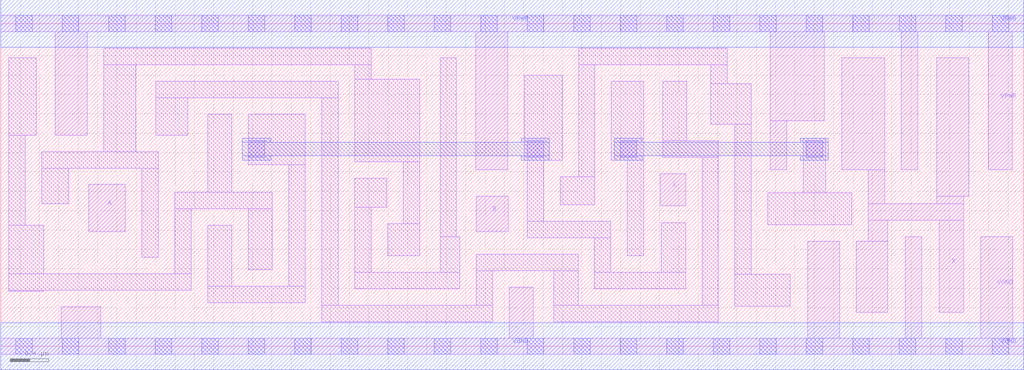
<source format=lef>
# Copyright 2020 The SkyWater PDK Authors
#
# Licensed under the Apache License, Version 2.0 (the "License");
# you may not use this file except in compliance with the License.
# You may obtain a copy of the License at
#
#     https://www.apache.org/licenses/LICENSE-2.0
#
# Unless required by applicable law or agreed to in writing, software
# distributed under the License is distributed on an "AS IS" BASIS,
# WITHOUT WARRANTIES OR CONDITIONS OF ANY KIND, either express or implied.
# See the License for the specific language governing permissions and
# limitations under the License.
#
# SPDX-License-Identifier: Apache-2.0

VERSION 5.7 ;
  NAMESCASESENSITIVE ON ;
  NOWIREEXTENSIONATPIN ON ;
  DIVIDERCHAR "/" ;
  BUSBITCHARS "[]" ;
UNITS
  DATABASE MICRONS 200 ;
END UNITS
MACRO sky130_fd_sc_ms__xor3_4
  CLASS CORE ;
  SOURCE USER ;
  FOREIGN sky130_fd_sc_ms__xor3_4 ;
  ORIGIN  0.000000  0.000000 ;
  SIZE  10.56000 BY  3.330000 ;
  SYMMETRY X Y ;
  SITE unit ;
  PIN A
    ANTENNAGATEAREA  0.276000 ;
    DIRECTION INPUT ;
    USE SIGNAL ;
    PORT
      LAYER li1 ;
        RECT 0.910000 1.180000 1.285000 1.670000 ;
    END
  END A
  PIN B
    ANTENNAGATEAREA  0.771000 ;
    DIRECTION INPUT ;
    USE SIGNAL ;
    PORT
      LAYER li1 ;
        RECT 4.910000 1.180000 5.240000 1.550000 ;
    END
  END B
  PIN C
    ANTENNAGATEAREA  0.425400 ;
    DIRECTION INPUT ;
    USE SIGNAL ;
    PORT
      LAYER li1 ;
        RECT 6.810000 1.450000 7.070000 1.780000 ;
    END
  END C
  PIN X
    ANTENNADIFFAREA  1.019200 ;
    DIRECTION OUTPUT ;
    USE SIGNAL ;
    PORT
      LAYER li1 ;
        RECT 8.685000 1.820000 9.125000 2.980000 ;
        RECT 8.830000 0.350000 9.160000 1.085000 ;
        RECT 8.955000 1.085000 9.160000 1.300000 ;
        RECT 8.955000 1.300000 9.940000 1.470000 ;
        RECT 8.955000 1.470000 9.125000 1.820000 ;
        RECT 9.665000 1.470000 9.940000 1.550000 ;
        RECT 9.665000 1.550000 9.995000 2.980000 ;
        RECT 9.690000 0.350000 9.940000 1.300000 ;
    END
  END X
  PIN VGND
    DIRECTION INOUT ;
    USE GROUND ;
    PORT
      LAYER li1 ;
        RECT  0.000000 -0.085000 10.560000 0.085000 ;
        RECT  0.625000  0.085000  1.035000 0.410000 ;
        RECT  5.250000  0.085000  5.500000 0.610000 ;
        RECT  8.330000  0.085000  8.660000 1.085000 ;
        RECT  9.340000  0.085000  9.510000 1.130000 ;
        RECT 10.120000  0.085000 10.450000 1.130000 ;
      LAYER mcon ;
        RECT  0.155000 -0.085000  0.325000 0.085000 ;
        RECT  0.635000 -0.085000  0.805000 0.085000 ;
        RECT  1.115000 -0.085000  1.285000 0.085000 ;
        RECT  1.595000 -0.085000  1.765000 0.085000 ;
        RECT  2.075000 -0.085000  2.245000 0.085000 ;
        RECT  2.555000 -0.085000  2.725000 0.085000 ;
        RECT  3.035000 -0.085000  3.205000 0.085000 ;
        RECT  3.515000 -0.085000  3.685000 0.085000 ;
        RECT  3.995000 -0.085000  4.165000 0.085000 ;
        RECT  4.475000 -0.085000  4.645000 0.085000 ;
        RECT  4.955000 -0.085000  5.125000 0.085000 ;
        RECT  5.435000 -0.085000  5.605000 0.085000 ;
        RECT  5.915000 -0.085000  6.085000 0.085000 ;
        RECT  6.395000 -0.085000  6.565000 0.085000 ;
        RECT  6.875000 -0.085000  7.045000 0.085000 ;
        RECT  7.355000 -0.085000  7.525000 0.085000 ;
        RECT  7.835000 -0.085000  8.005000 0.085000 ;
        RECT  8.315000 -0.085000  8.485000 0.085000 ;
        RECT  8.795000 -0.085000  8.965000 0.085000 ;
        RECT  9.275000 -0.085000  9.445000 0.085000 ;
        RECT  9.755000 -0.085000  9.925000 0.085000 ;
        RECT 10.235000 -0.085000 10.405000 0.085000 ;
      LAYER met1 ;
        RECT 0.000000 -0.245000 10.560000 0.245000 ;
    END
  END VGND
  PIN VPWR
    DIRECTION INOUT ;
    USE POWER ;
    PORT
      LAYER li1 ;
        RECT  0.000000 3.245000 10.560000 3.415000 ;
        RECT  0.565000 2.180000  0.895000 3.245000 ;
        RECT  4.905000 1.820000  5.235000 3.245000 ;
        RECT  7.945000 1.820000  8.115000 2.330000 ;
        RECT  7.945000 2.330000  8.500000 3.245000 ;
        RECT  9.295000 1.820000  9.465000 3.245000 ;
        RECT 10.195000 1.820000 10.445000 3.245000 ;
      LAYER mcon ;
        RECT  0.155000 3.245000  0.325000 3.415000 ;
        RECT  0.635000 3.245000  0.805000 3.415000 ;
        RECT  1.115000 3.245000  1.285000 3.415000 ;
        RECT  1.595000 3.245000  1.765000 3.415000 ;
        RECT  2.075000 3.245000  2.245000 3.415000 ;
        RECT  2.555000 3.245000  2.725000 3.415000 ;
        RECT  3.035000 3.245000  3.205000 3.415000 ;
        RECT  3.515000 3.245000  3.685000 3.415000 ;
        RECT  3.995000 3.245000  4.165000 3.415000 ;
        RECT  4.475000 3.245000  4.645000 3.415000 ;
        RECT  4.955000 3.245000  5.125000 3.415000 ;
        RECT  5.435000 3.245000  5.605000 3.415000 ;
        RECT  5.915000 3.245000  6.085000 3.415000 ;
        RECT  6.395000 3.245000  6.565000 3.415000 ;
        RECT  6.875000 3.245000  7.045000 3.415000 ;
        RECT  7.355000 3.245000  7.525000 3.415000 ;
        RECT  7.835000 3.245000  8.005000 3.415000 ;
        RECT  8.315000 3.245000  8.485000 3.415000 ;
        RECT  8.795000 3.245000  8.965000 3.415000 ;
        RECT  9.275000 3.245000  9.445000 3.415000 ;
        RECT  9.755000 3.245000  9.925000 3.415000 ;
        RECT 10.235000 3.245000 10.405000 3.415000 ;
      LAYER met1 ;
        RECT 0.000000 3.085000 10.560000 3.575000 ;
    END
  END VPWR
  OBS
    LAYER li1 ;
      RECT 0.085000 0.570000 0.445000 0.580000 ;
      RECT 0.085000 0.580000 1.965000 0.750000 ;
      RECT 0.085000 0.750000 0.445000 1.250000 ;
      RECT 0.085000 1.250000 0.255000 2.180000 ;
      RECT 0.085000 2.180000 0.365000 2.980000 ;
      RECT 0.425000 1.470000 0.700000 1.840000 ;
      RECT 0.425000 1.840000 1.625000 2.010000 ;
      RECT 1.065000 2.010000 1.395000 2.905000 ;
      RECT 1.065000 2.905000 3.825000 3.075000 ;
      RECT 1.455000 0.920000 1.625000 1.840000 ;
      RECT 1.600000 2.180000 1.930000 2.565000 ;
      RECT 1.600000 2.565000 3.485000 2.735000 ;
      RECT 1.795000 0.750000 1.965000 1.420000 ;
      RECT 1.795000 1.420000 2.805000 1.590000 ;
      RECT 2.135000 0.450000 3.145000 0.620000 ;
      RECT 2.135000 0.620000 2.385000 1.250000 ;
      RECT 2.135000 1.590000 2.385000 2.395000 ;
      RECT 2.555000 0.790000 2.805000 1.420000 ;
      RECT 2.555000 1.875000 3.145000 2.395000 ;
      RECT 2.975000 0.620000 3.145000 1.875000 ;
      RECT 3.315000 0.255000 5.080000 0.425000 ;
      RECT 3.315000 0.425000 3.485000 2.565000 ;
      RECT 3.655000 0.595000 4.740000 0.765000 ;
      RECT 3.655000 0.765000 3.825000 1.435000 ;
      RECT 3.655000 1.435000 3.985000 1.735000 ;
      RECT 3.655000 1.905000 4.325000 2.755000 ;
      RECT 3.655000 2.755000 3.825000 2.905000 ;
      RECT 3.995000 0.935000 4.325000 1.265000 ;
      RECT 4.155000 1.265000 4.325000 1.905000 ;
      RECT 4.535000 0.765000 4.740000 1.130000 ;
      RECT 4.535000 1.130000 4.705000 2.980000 ;
      RECT 4.910000 0.425000 5.080000 0.780000 ;
      RECT 4.910000 0.780000 5.960000 0.950000 ;
      RECT 5.405000 1.920000 5.795000 2.800000 ;
      RECT 5.435000 1.120000 6.300000 1.290000 ;
      RECT 5.435000 1.290000 5.605000 1.920000 ;
      RECT 5.710000 0.255000 7.410000 0.425000 ;
      RECT 5.710000 0.425000 5.960000 0.780000 ;
      RECT 5.775000 1.460000 6.135000 1.750000 ;
      RECT 5.965000 1.750000 6.135000 2.905000 ;
      RECT 5.965000 2.905000 7.500000 3.075000 ;
      RECT 6.130000 0.595000 7.070000 0.765000 ;
      RECT 6.130000 0.765000 6.300000 1.120000 ;
      RECT 6.305000 1.920000 6.640000 2.735000 ;
      RECT 6.470000 0.935000 6.640000 1.920000 ;
      RECT 6.820000 0.765000 7.070000 1.275000 ;
      RECT 6.835000 1.950000 7.410000 2.120000 ;
      RECT 6.835000 2.120000 7.085000 2.735000 ;
      RECT 7.240000 0.425000 7.410000 1.950000 ;
      RECT 7.330000 2.290000 7.750000 2.710000 ;
      RECT 7.330000 2.710000 7.500000 2.905000 ;
      RECT 7.580000 0.415000 8.150000 0.745000 ;
      RECT 7.580000 0.745000 7.750000 2.290000 ;
      RECT 7.920000 1.255000 8.785000 1.585000 ;
      RECT 8.285000 1.585000 8.515000 2.150000 ;
    LAYER mcon ;
      RECT 2.555000 1.950000 2.725000 2.120000 ;
      RECT 5.435000 1.950000 5.605000 2.120000 ;
      RECT 6.395000 1.950000 6.565000 2.120000 ;
      RECT 8.315000 1.950000 8.485000 2.120000 ;
    LAYER met1 ;
      RECT 2.495000 1.920000 2.785000 1.965000 ;
      RECT 2.495000 1.965000 5.665000 2.105000 ;
      RECT 2.495000 2.105000 2.785000 2.150000 ;
      RECT 5.375000 1.920000 5.665000 1.965000 ;
      RECT 5.375000 2.105000 5.665000 2.150000 ;
      RECT 6.335000 1.920000 6.625000 1.965000 ;
      RECT 6.335000 1.965000 8.545000 2.105000 ;
      RECT 6.335000 2.105000 6.625000 2.150000 ;
      RECT 8.255000 1.920000 8.545000 1.965000 ;
      RECT 8.255000 2.105000 8.545000 2.150000 ;
  END
END sky130_fd_sc_ms__xor3_4

</source>
